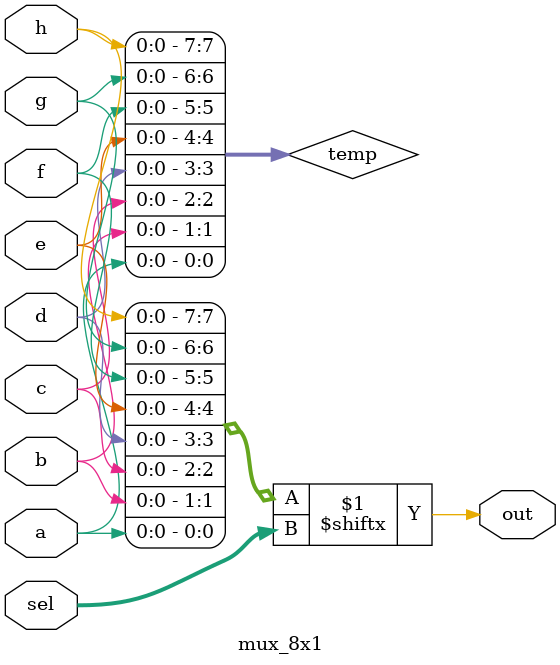
<source format=v>
`timescale 1ns / 1ps

module mux_8x1(
    output out,
    input [2:0] sel,
    input a,
    input b,
    input c,
    input d,
    input e,
    input f,
    input g,
    input h
    );
    
    wire [7:0] temp;
    
    assign temp = {h,g,f,e,d,c,b,a};
    assign out = temp[sel];
    
endmodule

</source>
